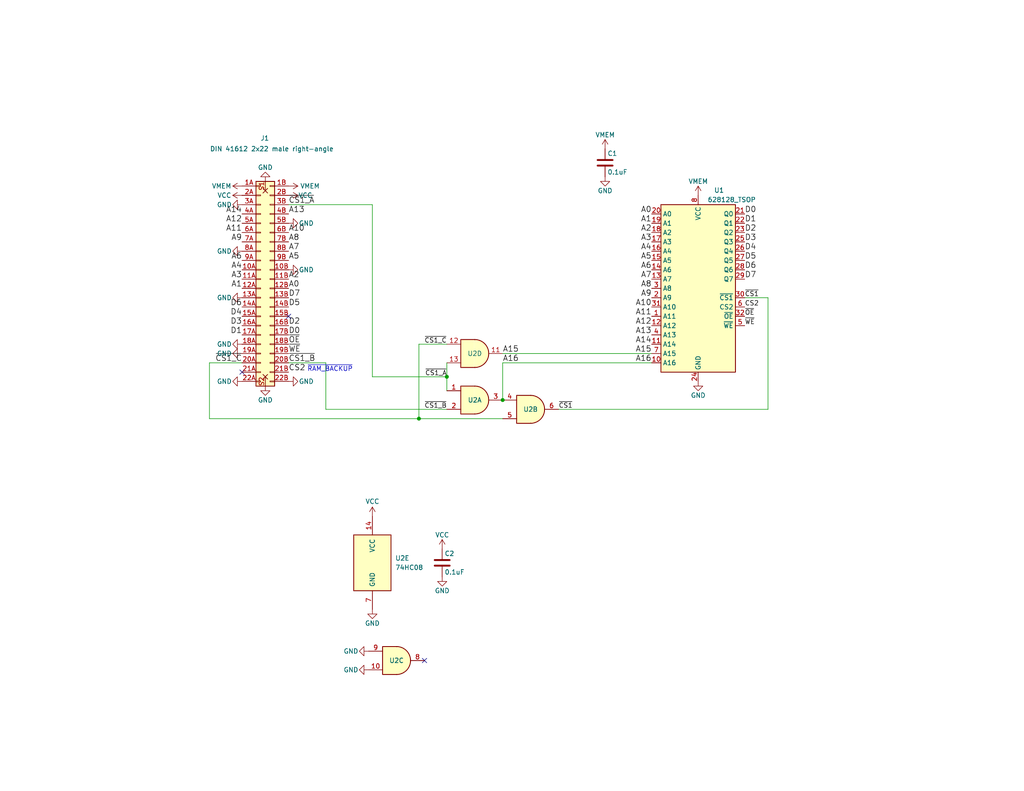
<source format=kicad_sch>
(kicad_sch (version 20211123) (generator eeschema)
  (paper "USLetter")
  (title_block (title "TANDY 600 RAM tiny 08slh") (date "2022-09-27") (rev "001") (company "Brian K. White - b.kenyon.w@gmail.com") (comment 1 "LICENSE: CC-BY-SA 4.0") (comment 2 "Originally based on Model600Sram_v1.1 by Jayeson Lee-Steer"))
  (lib_symbols
    (symbol "000_LOCAL:628128_TSOP"
      (property "Reference" "U" (at -10.16 23.495 0))
      (property "Value" "628128_TSOP" (at 2.54 23.495 0))
      (symbol "628128_TSOP_0_0"
        (pin power_in line (at 0 -25.4 90) (length 2.54) (name "GND") (number "24"))
        (pin power_in line (at 0 25.4 270) (length 2.54) (name "VCC") (number "8"))
      )
      (symbol "628128_TSOP_0_1"
        (rectangle (start -10.16 22.86) (end 10.16 -22.86) (stroke (width 0.254)) (fill (type background)))
      )
      (symbol "628128_TSOP_1_1"
        (pin input line (at -12.7 -7.62 0) (length 2.54) (name "A11") (number "1"))
        (pin input line (at -12.7 -20.32 0) (length 2.54) (name "A16") (number "10"))
        (pin input line (at -12.7 -15.24 0) (length 2.54) (name "A14") (number "11"))
        (pin input line (at -12.7 -10.16 0) (length 2.54) (name "A12") (number "12"))
        (pin input line (at -12.7 2.54 0) (length 2.54) (name "A7") (number "13"))
        (pin input line (at -12.7 5.08 0) (length 2.54) (name "A6") (number "14"))
        (pin input line (at -12.7 7.62 0) (length 2.54) (name "A5") (number "15"))
        (pin input line (at -12.7 10.16 0) (length 2.54) (name "A4") (number "16"))
        (pin input line (at -12.7 12.7 0) (length 2.54) (name "A3") (number "17"))
        (pin input line (at -12.7 15.24 0) (length 2.54) (name "A2") (number "18"))
        (pin input line (at -12.7 17.78 0) (length 2.54) (name "A1") (number "19"))
        (pin input line (at -12.7 -2.54 0) (length 2.54) (name "A9") (number "2"))
        (pin input line (at -12.7 20.32 0) (length 2.54) (name "A0") (number "20"))
        (pin tri_state line (at 12.7 20.32 180) (length 2.54) (name "Q0") (number "21"))
        (pin tri_state line (at 12.7 17.78 180) (length 2.54) (name "Q1") (number "22"))
        (pin tri_state line (at 12.7 15.24 180) (length 2.54) (name "Q2") (number "23"))
        (pin tri_state line (at 12.7 12.7 180) (length 2.54) (name "Q3") (number "25"))
        (pin tri_state line (at 12.7 10.16 180) (length 2.54) (name "Q4") (number "26"))
        (pin tri_state line (at 12.7 7.62 180) (length 2.54) (name "Q5") (number "27"))
        (pin tri_state line (at 12.7 5.08 180) (length 2.54) (name "Q6") (number "28"))
        (pin tri_state line (at 12.7 2.54 180) (length 2.54) (name "Q7") (number "29"))
        (pin input line (at -12.7 0 0) (length 2.54) (name "A8") (number "3"))
        (pin input line (at 12.7 -2.54 180) (length 2.54) (name "~{CS1}") (number "30"))
        (pin input line (at -12.7 -5.08 0) (length 2.54) (name "A10") (number "31"))
        (pin input line (at 12.7 -7.62 180) (length 2.54) (name "~{OE}") (number "32"))
        (pin input line (at -12.7 -12.7 0) (length 2.54) (name "A13") (number "4"))
        (pin input line (at 12.7 -10.16 180) (length 2.54) (name "~{WE}") (number "5"))
        (pin input line (at 12.7 -5.08 180) (length 2.54) (name "CS2") (number "6"))
        (pin input line (at -12.7 -17.78 0) (length 2.54) (name "A15") (number "7"))
        (pin no_connect line (at 10.16 -20.32 180) (length 2.54) hide (name "NC") (number "9"))
      )
    )
    (symbol "000_LOCAL:74HC08" (pin_names (offset 1.016))
      (property "Reference" "U" (at 0 1.27 0))
      (property "Value" "74HC08" (at 0 -1.27 0))
      (symbol "74HC08_1_1"
        (arc (start 0 -3.81) (mid 3.81 0) (end 0 3.81) (stroke (width 0.254)) (fill (type background)))
        (polyline (pts (xy 0 3.81) (xy -3.81 3.81) (xy -3.81 -3.81) (xy 0 -3.81)) (stroke (width 0.254)) (fill (type background)))
        (pin input line (at -7.62 2.54 0) (length 3.81) (name "~") (number "1"))
        (pin input line (at -7.62 -2.54 0) (length 3.81) (name "~") (number "2"))
        (pin output line (at 7.62 0 180) (length 3.81) (name "~") (number "3"))
      )
      (symbol "74HC08_1_2"
        (arc (start -3.81 -3.81) (mid -2.589 0) (end -3.81 3.81) (stroke (width 0.254)))
        (arc (start -0.6096 -3.81) (mid 2.1842 -2.5851) (end 3.81 0) (stroke (width 0.254)) (fill (type background)))
        (polyline (pts (xy -3.81 -3.81) (xy -0.635 -3.81)) (stroke (width 0.254)) (fill (type background)))
        (polyline (pts (xy -3.81 3.81) (xy -0.635 3.81)) (stroke (width 0.254)) (fill (type background)))
        (polyline (pts (xy -0.635 3.81) (xy -3.81 3.81) (xy -3.81 3.81) (xy -3.556 3.4036) (xy -3.0226 2.2606) (xy -2.6924 1.0414) (xy -2.6162 -0.254) (xy -2.7686 -1.4986) (xy -3.175 -2.7178) (xy -3.81 -3.81) (xy -3.81 -3.81) (xy -0.635 -3.81)) (stroke (width -25.4)) (fill (type background)))
        (arc (start 3.81 0) (mid 2.1915 2.5936) (end -0.6096 3.81) (stroke (width 0.254)) (fill (type background)))
        (pin input inverted (at -7.62 2.54 0) (length 4.318) (name "~") (number "1"))
        (pin input inverted (at -7.62 -2.54 0) (length 4.318) (name "~") (number "2"))
        (pin output inverted (at 7.62 0 180) (length 3.81) (name "~") (number "3"))
      )
      (symbol "74HC08_2_1"
        (arc (start 0 -3.81) (mid 3.81 0) (end 0 3.81) (stroke (width 0.254)) (fill (type background)))
        (polyline (pts (xy 0 3.81) (xy -3.81 3.81) (xy -3.81 -3.81) (xy 0 -3.81)) (stroke (width 0.254)) (fill (type background)))
        (pin input line (at -7.62 2.54 0) (length 3.81) (name "~") (number "4"))
        (pin input line (at -7.62 -2.54 0) (length 3.81) (name "~") (number "5"))
        (pin output line (at 7.62 0 180) (length 3.81) (name "~") (number "6"))
      )
      (symbol "74HC08_2_2"
        (arc (start -3.81 -3.81) (mid -2.589 0) (end -3.81 3.81) (stroke (width 0.254)))
        (arc (start -0.6096 -3.81) (mid 2.1842 -2.5851) (end 3.81 0) (stroke (width 0.254)) (fill (type background)))
        (polyline (pts (xy -3.81 -3.81) (xy -0.635 -3.81)) (stroke (width 0.254)) (fill (type background)))
        (polyline (pts (xy -3.81 3.81) (xy -0.635 3.81)) (stroke (width 0.254)) (fill (type background)))
        (polyline (pts (xy -0.635 3.81) (xy -3.81 3.81) (xy -3.81 3.81) (xy -3.556 3.4036) (xy -3.0226 2.2606) (xy -2.6924 1.0414) (xy -2.6162 -0.254) (xy -2.7686 -1.4986) (xy -3.175 -2.7178) (xy -3.81 -3.81) (xy -3.81 -3.81) (xy -0.635 -3.81)) (stroke (width -25.4)) (fill (type background)))
        (arc (start 3.81 0) (mid 2.1915 2.5936) (end -0.6096 3.81) (stroke (width 0.254)) (fill (type background)))
        (pin input inverted (at -7.62 2.54 0) (length 4.318) (name "~") (number "4"))
        (pin input inverted (at -7.62 -2.54 0) (length 4.318) (name "~") (number "5"))
        (pin output inverted (at 7.62 0 180) (length 3.81) (name "~") (number "6"))
      )
      (symbol "74HC08_3_1"
        (arc (start 0 -3.81) (mid 3.81 0) (end 0 3.81) (stroke (width 0.254)) (fill (type background)))
        (polyline (pts (xy 0 3.81) (xy -3.81 3.81) (xy -3.81 -3.81) (xy 0 -3.81)) (stroke (width 0.254)) (fill (type background)))
        (pin input line (at -7.62 -2.54 0) (length 3.81) (name "~") (number "10"))
        (pin output line (at 7.62 0 180) (length 3.81) (name "~") (number "8"))
        (pin input line (at -7.62 2.54 0) (length 3.81) (name "~") (number "9"))
      )
      (symbol "74HC08_3_2"
        (arc (start -3.81 -3.81) (mid -2.589 0) (end -3.81 3.81) (stroke (width 0.254)))
        (arc (start -0.6096 -3.81) (mid 2.1842 -2.5851) (end 3.81 0) (stroke (width 0.254)) (fill (type background)))
        (polyline (pts (xy -3.81 -3.81) (xy -0.635 -3.81)) (stroke (width 0.254)) (fill (type background)))
        (polyline (pts (xy -3.81 3.81) (xy -0.635 3.81)) (stroke (width 0.254)) (fill (type background)))
        (polyline (pts (xy -0.635 3.81) (xy -3.81 3.81) (xy -3.81 3.81) (xy -3.556 3.4036) (xy -3.0226 2.2606) (xy -2.6924 1.0414) (xy -2.6162 -0.254) (xy -2.7686 -1.4986) (xy -3.175 -2.7178) (xy -3.81 -3.81) (xy -3.81 -3.81) (xy -0.635 -3.81)) (stroke (width -25.4)) (fill (type background)))
        (arc (start 3.81 0) (mid 2.1915 2.5936) (end -0.6096 3.81) (stroke (width 0.254)) (fill (type background)))
        (pin input inverted (at -7.62 -2.54 0) (length 4.318) (name "~") (number "10"))
        (pin output inverted (at 7.62 0 180) (length 3.81) (name "~") (number "8"))
        (pin input inverted (at -7.62 2.54 0) (length 4.318) (name "~") (number "9"))
      )
      (symbol "74HC08_4_1"
        (arc (start 0 -3.81) (mid 3.81 0) (end 0 3.81) (stroke (width 0.254)) (fill (type background)))
        (polyline (pts (xy 0 3.81) (xy -3.81 3.81) (xy -3.81 -3.81) (xy 0 -3.81)) (stroke (width 0.254)) (fill (type background)))
        (pin output line (at 7.62 0 180) (length 3.81) (name "~") (number "11"))
        (pin input line (at -7.62 2.54 0) (length 3.81) (name "~") (number "12"))
        (pin input line (at -7.62 -2.54 0) (length 3.81) (name "~") (number "13"))
      )
      (symbol "74HC08_4_2"
        (arc (start -3.81 -3.81) (mid -2.589 0) (end -3.81 3.81) (stroke (width 0.254)))
        (arc (start -0.6096 -3.81) (mid 2.1842 -2.5851) (end 3.81 0) (stroke (width 0.254)) (fill (type background)))
        (polyline (pts (xy -3.81 -3.81) (xy -0.635 -3.81)) (stroke (width 0.254)) (fill (type background)))
        (polyline (pts (xy -3.81 3.81) (xy -0.635 3.81)) (stroke (width 0.254)) (fill (type background)))
        (polyline (pts (xy -0.635 3.81) (xy -3.81 3.81) (xy -3.81 3.81) (xy -3.556 3.4036) (xy -3.0226 2.2606) (xy -2.6924 1.0414) (xy -2.6162 -0.254) (xy -2.7686 -1.4986) (xy -3.175 -2.7178) (xy -3.81 -3.81) (xy -3.81 -3.81) (xy -0.635 -3.81)) (stroke (width -25.4)) (fill (type background)))
        (arc (start 3.81 0) (mid 2.1915 2.5936) (end -0.6096 3.81) (stroke (width 0.254)) (fill (type background)))
        (pin output inverted (at 7.62 0 180) (length 3.81) (name "~") (number "11"))
        (pin input inverted (at -7.62 2.54 0) (length 4.318) (name "~") (number "12"))
        (pin input inverted (at -7.62 -2.54 0) (length 4.318) (name "~") (number "13"))
      )
      (symbol "74HC08_5_0"
        (pin power_in line (at 0 12.7 270) (length 5.08) (name "VCC") (number "14"))
        (pin power_in line (at 0 -12.7 90) (length 5.08) (name "GND") (number "7"))
      )
      (symbol "74HC08_5_1"
        (rectangle (start -5.08 7.62) (end 5.08 -7.62) (stroke (width 0.254)) (fill (type background)))
      )
    )
    (symbol "000_LOCAL:C" (pin_numbers hide) (pin_names (offset 0.254))
      (property "Reference" "C" (at 0.635 2.54 0))
      (property "Value" "C" (at 0.635 -2.54 0))
      (symbol "C_0_1"
        (polyline (pts (xy -2.032 -0.762) (xy 2.032 -0.762)) (stroke (width 0.508)))
        (polyline (pts (xy -2.032 0.762) (xy 2.032 0.762)) (stroke (width 0.508)))
      )
      (symbol "C_1_1"
        (pin passive line (at 0 3.81 270) (length 2.794) (name "~") (number "1"))
        (pin passive line (at 0 -3.81 90) (length 2.794) (name "~") (number "2"))
      )
    )
    (symbol "000_LOCAL:DIN 41612 2x22 male right-angle" (pin_names (offset 1.016) hide)
      (property "Reference" "J" (at -2.7432 28.9052 0))
      (property "Value" "DIN 41612 2x22 male right-angle" (at 18.8468 28.8036 0))
      (symbol "DIN 41612 2x22 male right-angle_1_1"
        (rectangle (start -1.27 -27.813) (end 0 -28.067) (stroke (width 0.1524)))
        (rectangle (start -1.27 -25.273) (end 0 -25.527) (stroke (width 0.1524)))
        (rectangle (start -1.27 -22.733) (end 0 -22.987) (stroke (width 0.1524)))
        (rectangle (start -1.27 -20.193) (end 0 -20.447) (stroke (width 0.1524)))
        (rectangle (start -1.27 -17.653) (end 0 -17.907) (stroke (width 0.1524)))
        (rectangle (start -1.27 -15.113) (end 0 -15.367) (stroke (width 0.1524)))
        (rectangle (start -1.27 -12.573) (end 0 -12.827) (stroke (width 0.1524)))
        (rectangle (start -1.27 -10.033) (end 0 -10.287) (stroke (width 0.1524)))
        (rectangle (start -1.27 -7.493) (end 0 -7.747) (stroke (width 0.1524)))
        (rectangle (start -1.27 -4.953) (end 0 -5.207) (stroke (width 0.1524)))
        (rectangle (start -1.27 -2.413) (end 0 -2.667) (stroke (width 0.1524)))
        (rectangle (start -1.27 0.127) (end 0 -0.127) (stroke (width 0.1524)))
        (rectangle (start -1.27 2.667) (end 0 2.413) (stroke (width 0.1524)))
        (rectangle (start -1.27 5.207) (end 0 4.953) (stroke (width 0.1524)))
        (rectangle (start -1.27 7.747) (end 0 7.493) (stroke (width 0.1524)))
        (rectangle (start -1.27 10.287) (end 0 10.033) (stroke (width 0.1524)))
        (rectangle (start -1.27 12.827) (end 0 12.573) (stroke (width 0.1524)))
        (rectangle (start -1.27 15.367) (end 0 15.113) (stroke (width 0.1524)))
        (rectangle (start -1.27 17.907) (end 0 17.653) (stroke (width 0.1524)))
        (rectangle (start -1.27 20.447) (end 0 20.193) (stroke (width 0.1524)))
        (rectangle (start -1.27 22.987) (end 0 22.733) (stroke (width 0.1524)))
        (rectangle (start -1.27 25.527) (end 0 25.273) (stroke (width 0.1524)))
        (rectangle (start -1.27 26.67) (end 3.81 -29.21) (stroke (width 0.254)) (fill (type background)))
        (rectangle (start 3.81 -27.813) (end 2.54 -28.067) (stroke (width 0.1524)))
        (rectangle (start 3.81 -25.273) (end 2.54 -25.527) (stroke (width 0.1524)))
        (rectangle (start 3.81 -22.733) (end 2.54 -22.987) (stroke (width 0.1524)))
        (rectangle (start 3.81 -20.193) (end 2.54 -20.447) (stroke (width 0.1524)))
        (rectangle (start 3.81 -17.653) (end 2.54 -17.907) (stroke (width 0.1524)))
        (rectangle (start 3.81 -15.113) (end 2.54 -15.367) (stroke (width 0.1524)))
        (rectangle (start 3.81 -12.573) (end 2.54 -12.827) (stroke (width 0.1524)))
        (rectangle (start 3.81 -10.033) (end 2.54 -10.287) (stroke (width 0.1524)))
        (rectangle (start 3.81 -7.493) (end 2.54 -7.747) (stroke (width 0.1524)))
        (rectangle (start 3.81 -4.953) (end 2.54 -5.207) (stroke (width 0.1524)))
        (rectangle (start 3.81 -2.413) (end 2.54 -2.667) (stroke (width 0.1524)))
        (rectangle (start 3.81 0.127) (end 2.54 -0.127) (stroke (width 0.1524)))
        (rectangle (start 3.81 2.667) (end 2.54 2.413) (stroke (width 0.1524)))
        (rectangle (start 3.81 5.207) (end 2.54 4.953) (stroke (width 0.1524)))
        (rectangle (start 3.81 7.747) (end 2.54 7.493) (stroke (width 0.1524)))
        (rectangle (start 3.81 10.287) (end 2.54 10.033) (stroke (width 0.1524)))
        (rectangle (start 3.81 12.827) (end 2.54 12.573) (stroke (width 0.1524)))
        (rectangle (start 3.81 15.367) (end 2.54 15.113) (stroke (width 0.1524)))
        (rectangle (start 3.81 17.907) (end 2.54 17.653) (stroke (width 0.1524)))
        (rectangle (start 3.81 20.447) (end 2.54 20.193) (stroke (width 0.1524)))
        (rectangle (start 3.81 22.987) (end 2.54 22.733) (stroke (width 0.1524)))
        (rectangle (start 3.81 25.527) (end 2.54 25.273) (stroke (width 0.1524)))
        (pin passive line (at -5.08 2.54 0) (length 3.81) (name "10A") (number "10A"))
        (pin passive line (at 7.62 2.54 180) (length 3.81) (name "10B") (number "10B"))
        (pin passive line (at -5.08 0 0) (length 3.81) (name "11A") (number "11A"))
        (pin passive line (at 7.62 0 180) (length 3.81) (name "11B") (number "11B"))
        (pin passive line (at -5.08 -2.54 0) (length 3.81) (name "12A") (number "12A"))
        (pin passive line (at 7.62 -2.54 180) (length 3.81) (name "12B") (number "12B"))
        (pin passive line (at -5.08 -5.08 0) (length 3.81) (name "13A") (number "13A"))
        (pin passive line (at 7.62 -5.08 180) (length 3.81) (name "13B") (number "13B"))
        (pin passive line (at -5.08 -7.62 0) (length 3.81) (name "14A") (number "14A"))
        (pin passive line (at 7.62 -7.62 180) (length 3.81) (name "14B") (number "14B"))
        (pin passive line (at -5.08 -10.16 0) (length 3.81) (name "15A") (number "15A"))
        (pin passive line (at 7.62 -10.16 180) (length 3.81) (name "15B") (number "15B"))
        (pin passive line (at -5.08 -12.7 0) (length 3.81) (name "16A") (number "16A"))
        (pin passive line (at 7.62 -12.7 180) (length 3.81) (name "16B") (number "16B"))
        (pin passive line (at -5.08 -15.24 0) (length 3.81) (name "17A") (number "17A"))
        (pin passive line (at 7.62 -15.24 180) (length 3.81) (name "17B") (number "17B"))
        (pin passive line (at -5.08 -17.78 0) (length 3.81) (name "18A") (number "18A"))
        (pin passive line (at 7.62 -17.78 180) (length 3.81) (name "18B") (number "18B"))
        (pin passive line (at -5.08 -20.32 0) (length 3.81) (name "19A") (number "19A"))
        (pin passive line (at 7.62 -20.32 180) (length 3.81) (name "19B") (number "19B"))
        (pin passive line (at -5.08 25.4 0) (length 3.81) (name "1A") (number "1A"))
        (pin passive line (at 7.62 25.4 180) (length 3.81) (name "1B") (number "1B"))
        (pin passive line (at -5.08 -22.86 0) (length 3.81) (name "20A") (number "20A"))
        (pin passive line (at 7.62 -22.86 180) (length 3.81) (name "20B") (number "20B"))
        (pin passive line (at -5.08 -25.4 0) (length 3.81) (name "21A") (number "21A"))
        (pin passive line (at 7.62 -25.4 180) (length 3.81) (name "21B") (number "21B"))
        (pin passive line (at -5.08 -27.94 0) (length 3.81) (name "22A") (number "22A"))
        (pin passive line (at 7.62 -27.94 180) (length 3.81) (name "22B") (number "22B"))
        (pin passive line (at -5.08 22.86 0) (length 3.81) (name "2A") (number "2A"))
        (pin passive line (at 7.62 22.86 180) (length 3.81) (name "2B") (number "2B"))
        (pin passive line (at -5.08 20.32 0) (length 3.81) (name "3A") (number "3A"))
        (pin passive line (at 7.62 20.32 180) (length 3.81) (name "3B") (number "3B"))
        (pin passive line (at -5.08 17.78 0) (length 3.81) (name "4A") (number "4A"))
        (pin passive line (at 7.62 17.78 180) (length 3.81) (name "4B") (number "4B"))
        (pin passive line (at -5.08 15.24 0) (length 3.81) (name "5A") (number "5A"))
        (pin passive line (at 7.62 15.24 180) (length 3.81) (name "5B") (number "5B"))
        (pin passive line (at -5.08 12.7 0) (length 3.81) (name "6A") (number "6A"))
        (pin passive line (at 7.62 12.7 180) (length 3.81) (name "6B") (number "6B"))
        (pin passive line (at -5.08 10.16 0) (length 3.81) (name "7A") (number "7A"))
        (pin passive line (at 7.62 10.16 180) (length 3.81) (name "7B") (number "7B"))
        (pin passive line (at -5.08 7.62 0) (length 3.81) (name "8A") (number "8A"))
        (pin passive line (at 7.62 7.62 180) (length 3.81) (name "8B") (number "8B"))
        (pin passive line (at -5.08 5.08 0) (length 3.81) (name "9A") (number "9A"))
        (pin passive line (at 7.62 5.08 180) (length 3.81) (name "9B") (number "9B"))
        (pin passive non_logic (at 1.27 26.67 270) (length 2.54) (name "mount") (number "S1"))
        (pin passive non_logic (at 1.27 -29.21 90) (length 2.54) (name "mount") (number "S2"))
      )
    )
    (symbol "000_LOCAL:GND" (power) (pin_names (offset 0))
      (property "Value" "GND" (at 0 -3.81 0))
      (symbol "GND_0_1"
        (polyline (pts (xy 0 0) (xy 0 -1.27) (xy 1.27 -1.27) (xy 0 -2.54) (xy -1.27 -1.27) (xy 0 -1.27)))
      )
      (symbol "GND_1_1"
        (pin power_in line (at 0 0 270) (length 0) hide (name "GND") (number "1"))
      )
    )
    (symbol "000_LOCAL:VCC" (power) (pin_names (offset 0))
      (property "Value" "VCC" (at 0 3.81 0))
      (symbol "VCC_0_1"
        (polyline (pts (xy -0.762 1.27) (xy 0 2.54)))
        (polyline (pts (xy 0 0) (xy 0 2.54)))
        (polyline (pts (xy 0 2.54) (xy 0.762 1.27)))
      )
      (symbol "VCC_1_1"
        (pin power_in line (at 0 0 90) (length 0) hide (name "VCC") (number "1"))
      )
    )
    (symbol "000_LOCAL:VMEM" (power) (pin_names (offset 0))
      (property "Value" "VMEM" (at 0 3.81 0))
      (symbol "VMEM_0_1"
        (polyline (pts (xy -0.762 1.27) (xy 0 2.54)))
        (polyline (pts (xy 0 0) (xy 0 2.54)))
        (polyline (pts (xy 0 2.54) (xy 0.762 1.27)))
      )
      (symbol "VMEM_1_1"
        (pin power_in line (at 0 0 90) (length 0) hide (name "VMEM") (number "1"))
      )
    )
  )
  (junction (at 121.92 102.87))
  (junction (at 137.16 109.22))
  (junction (at 114.3 114.3))
  (no_connect (at 115.824 180.34))
  (no_connect (at 66.04 101.6))
  (no_connect (at 78.74 86.36))
  (wire (pts (xy 203.2 81.28) (xy 209.55 81.28)))
  (wire (pts (xy 78.74 55.88) (xy 101.6 55.88)))
  (wire (pts (xy 137.16 99.06) (xy 177.8 99.06)))
  (wire (pts (xy 137.16 96.52) (xy 177.8 96.52)))
  (wire (pts (xy 57.15 114.3) (xy 114.3 114.3)))
  (wire (pts (xy 209.55 81.28) (xy 209.55 111.76)))
  (wire (pts (xy 88.9 111.76) (xy 121.92 111.76)))
  (wire (pts (xy 101.6 55.88) (xy 101.6 102.87)))
  (wire (pts (xy 152.4 111.76) (xy 209.55 111.76)))
  (wire (pts (xy 121.92 102.87) (xy 121.92 106.68)))
  (wire (pts (xy 78.74 99.06) (xy 88.9 99.06)))
  (wire (pts (xy 114.3 93.98) (xy 114.3 114.3)))
  (wire (pts (xy 114.3 93.98) (xy 121.92 93.98)))
  (wire (pts (xy 137.16 109.22) (xy 137.16 99.06)))
  (wire (pts (xy 88.9 99.06) (xy 88.9 111.76)))
  (wire (pts (xy 121.92 99.06) (xy 121.92 102.87)))
  (wire (pts (xy 101.6 102.87) (xy 121.92 102.87)))
  (wire (pts (xy 114.3 114.3) (xy 137.16 114.3)))
  (wire (pts (xy 66.04 99.06) (xy 57.15 99.06)))
  (wire (pts (xy 57.15 99.06) (xy 57.15 114.3)))
  (text "~{RAM_BACKUP}" (at 83.82 101.6 0) (effects (font (size 1.27 1.27)) (justify left bottom)))
  (label "D2" (at 78.74 88.9 0) (effects (font (size 1.524 1.524))))
  (label "~{CS1_C}" (at 66.04 99.06 180) (effects (font (size 1.524 1.524))))
  (label "A13" (at 78.74 58.42 0) (effects (font (size 1.524 1.524))))
  (label "A15" (at 137.16 96.52 0) (effects (font (size 1.524 1.524))))
  (label "A12" (at 66.04 60.96 180) (effects (font (size 1.524 1.524))))
  (label "D6" (at 66.04 83.82 180) (effects (font (size 1.524 1.524))))
  (label "A13" (at 177.8 91.44 180) (effects (font (size 1.524 1.524))))
  (label "A7" (at 177.8 76.2 180) (effects (font (size 1.524 1.524))))
  (label "A16" (at 137.16 99.06 0) (effects (font (size 1.524 1.524))))
  (label "A1" (at 177.8 60.96 180) (effects (font (size 1.524 1.524))))
  (label "~{WE}" (at 203.2 88.9 0))
  (label "A4" (at 66.04 73.66 180) (effects (font (size 1.524 1.524))))
  (label "A3" (at 66.04 76.2 180) (effects (font (size 1.524 1.524))))
  (label "A4" (at 177.8 68.58 180) (effects (font (size 1.524 1.524))))
  (label "~{CS1_A}" (at 121.92 102.87 180))
  (label "A12" (at 177.8 88.9 180) (effects (font (size 1.524 1.524))))
  (label "A9" (at 177.8 81.28 180) (effects (font (size 1.524 1.524))))
  (label "D0" (at 203.2 58.42 0) (effects (font (size 1.524 1.524))))
  (label "D0" (at 78.74 91.44 0) (effects (font (size 1.524 1.524))))
  (label "D7" (at 78.74 81.28 0) (effects (font (size 1.524 1.524))))
  (label "CS2" (at 78.74 101.6 0) (effects (font (size 1.524 1.524))))
  (label "A2" (at 78.74 76.2 0) (effects (font (size 1.524 1.524))))
  (label "D5" (at 203.2 71.12 0) (effects (font (size 1.524 1.524))))
  (label "A5" (at 177.8 71.12 180) (effects (font (size 1.524 1.524))))
  (label "A1" (at 66.04 78.74 180) (effects (font (size 1.524 1.524))))
  (label "~{CS1_A}" (at 78.74 55.88 0) (effects (font (size 1.524 1.524))))
  (label "CS2" (at 203.2 83.82 0))
  (label "D4" (at 66.04 86.36 180) (effects (font (size 1.524 1.524))))
  (label "A11" (at 177.8 86.36 180) (effects (font (size 1.524 1.524))))
  (label "A16" (at 177.8 99.06 180) (effects (font (size 1.524 1.524))))
  (label "D1" (at 66.04 91.44 180) (effects (font (size 1.524 1.524))))
  (label "A10" (at 177.8 83.82 180) (effects (font (size 1.524 1.524))))
  (label "A3" (at 177.8 66.04 180) (effects (font (size 1.524 1.524))))
  (label "~{CS1_B}" (at 78.74 99.06 0) (effects (font (size 1.524 1.524))))
  (label "~{CS1_C}" (at 121.92 93.98 180))
  (label "D5" (at 78.74 83.82 0) (effects (font (size 1.524 1.524))))
  (label "A6" (at 66.04 71.12 180) (effects (font (size 1.524 1.524))))
  (label "A5" (at 78.74 71.12 0) (effects (font (size 1.524 1.524))))
  (label "~{OE}" (at 78.74 93.98 0) (effects (font (size 1.524 1.524))))
  (label "A0" (at 78.74 78.74 0) (effects (font (size 1.524 1.524))))
  (label "A8" (at 78.74 66.04 0) (effects (font (size 1.524 1.524))))
  (label "~{CS1}" (at 152.4 111.76 0))
  (label "D1" (at 203.2 60.96 0) (effects (font (size 1.524 1.524))))
  (label "D3" (at 66.04 88.9 180) (effects (font (size 1.524 1.524))))
  (label "A14" (at 177.8 93.98 180) (effects (font (size 1.524 1.524))))
  (label "A10" (at 78.74 63.5 0) (effects (font (size 1.524 1.524))))
  (label "A11" (at 66.04 63.5 180) (effects (font (size 1.524 1.524))))
  (label "A2" (at 177.8 63.5 180) (effects (font (size 1.524 1.524))))
  (label "D7" (at 203.2 76.2 0) (effects (font (size 1.524 1.524))))
  (label "A14" (at 66.04 58.42 180) (effects (font (size 1.524 1.524))))
  (label "A8" (at 177.8 78.74 180) (effects (font (size 1.524 1.524))))
  (label "D2" (at 203.2 63.5 0) (effects (font (size 1.524 1.524))))
  (label "D3" (at 203.2 66.04 0) (effects (font (size 1.524 1.524))))
  (label "A7" (at 78.74 68.58 0) (effects (font (size 1.524 1.524))))
  (label "A15" (at 177.8 96.52 180) (effects (font (size 1.524 1.524))))
  (label "~{CS1_B}" (at 121.92 111.76 180))
  (label "A0" (at 177.8 58.42 180) (effects (font (size 1.524 1.524))))
  (label "A9" (at 66.04 66.04 180) (effects (font (size 1.524 1.524))))
  (label "~{OE}" (at 203.2 86.36 0))
  (label "A6" (at 177.8 73.66 180) (effects (font (size 1.524 1.524))))
  (label "~{CS1}" (at 203.2 81.28 0))
  (label "D4" (at 203.2 68.58 0) (effects (font (size 1.524 1.524))))
  (label "D6" (at 203.2 73.66 0) (effects (font (size 1.524 1.524))))
  (label "~{WE}" (at 78.74 96.52 0) (effects (font (size 1.524 1.524))))
  (symbol (lib_id "000_LOCAL:C") (at 165.1 44.45 0) (unit 1)
    (property "Reference" "C1" (at 165.735 41.91 0) (effects (justify left)))
    (property "Value" "0.1uF" (at 165.735 46.99 0) (effects (justify left)))
    (property "Footprint" "000_LOCAL:C_0805" (effects hide))
  )
  (symbol (lib_id "000_LOCAL:C") (at 120.65 153.67 0) (unit 1)
    (property "Reference" "C2" (at 121.285 151.13 0) (effects (justify left)))
    (property "Value" "0.1uF" (at 121.285 156.21 0) (effects (justify left)))
    (property "Footprint" "000_LOCAL:C_0805" (effects hide))
  )
  (symbol (lib_id "000_LOCAL:DIN 41612 2x22 male right-angle") (at 71.12 76.2 0) (unit 1)
    (property "Reference" "J1" (at 72.263 37.719 0))
    (property "Value" "DIN 41612 2x22 male right-angle" (at 74.168 40.64 0))
    (property "Footprint" "000_LOCAL:DIN 41612 2x22 male right-angle" (effects hide))
  )
  (symbol (lib_id "000_LOCAL:VCC") (at 120.65 149.86 0) (unit 1)
    (property "Reference" "#PWR0104" (effects hide))
    (property "Value" "VCC" (at 120.65 146.05 0))
  )
  (symbol (lib_id "000_LOCAL:VMEM") (at 66.04 50.8 90) (unit 1)
    (property "Reference" "#PWR0101" (effects hide))
    (property "Value" "VMEM" (at 60.452 50.8 90))
  )
  (symbol (lib_id "000_LOCAL:VMEM") (at 78.74 50.8 270) (unit 1)
    (property "Reference" "#PWR0102" (effects hide))
    (property "Value" "VMEM" (at 84.582 50.8 90))
  )
  (symbol (lib_id "000_LOCAL:VCC") (at 66.04 53.34 90) (unit 1)
    (property "Reference" "#PWR0103" (effects hide))
    (property "Value" "VCC" (at 61.214 53.34 90))
  )
  (symbol (lib_id "000_LOCAL:VCC") (at 78.74 53.34 270) (unit 1)
    (property "Reference" "#PWR0108" (effects hide))
    (property "Value" "VCC" (at 83.312 53.34 90))
  )
  (symbol (lib_id "000_LOCAL:GND") (at 120.65 157.48 0) (unit 1)
    (property "Reference" "#PWR0105" (effects hide))
    (property "Value" "GND" (at 120.65 161.29 0))
  )
  (symbol (lib_id "000_LOCAL:GND") (at 165.1 48.26 0) (unit 1)
    (property "Reference" "#PWR0106" (effects hide))
    (property "Value" "GND" (at 165.1 52.07 0))
  )
  (symbol (lib_id "000_LOCAL:VMEM") (at 165.1 40.64 0) (unit 1)
    (property "Reference" "#PWR0107" (effects hide))
    (property "Value" "VMEM" (at 165.1 36.83 0))
  )
  (symbol (lib_id "000_LOCAL:GND") (at 78.74 60.96 90) (unit 1)
    (property "Reference" "#PWR0109" (effects hide))
    (property "Value" "GND" (at 83.566 60.96 90))
  )
  (symbol (lib_id "000_LOCAL:GND") (at 78.74 73.66 90) (unit 1)
    (property "Reference" "#PWR0110" (effects hide))
    (property "Value" "GND" (at 83.566 73.66 90))
  )
  (symbol (lib_id "000_LOCAL:VMEM") (at 190.5 53.34 0) (unit 1)
    (property "Reference" "#PWR0115" (effects hide))
    (property "Value" "VMEM" (at 190.5 49.53 0))
  )
  (symbol (lib_id "000_LOCAL:GND") (at 78.74 104.14 90) (unit 1)
    (property "Reference" "#PWR0111" (effects hide))
    (property "Value" "GND" (at 83.566 104.14 90))
  )
  (symbol (lib_id "000_LOCAL:GND") (at 66.04 55.88 270) (unit 1)
    (property "Reference" "#PWR0112" (effects hide))
    (property "Value" "GND" (at 61.214 55.88 90))
  )
  (symbol (lib_id "000_LOCAL:GND") (at 66.04 68.58 270) (unit 1)
    (property "Reference" "#PWR0116" (effects hide))
    (property "Value" "GND" (at 61.214 68.58 90))
  )
  (symbol (lib_id "000_LOCAL:GND") (at 66.04 81.28 270) (unit 1)
    (property "Reference" "#PWR0117" (effects hide))
    (property "Value" "GND" (at 61.214 81.28 90))
  )
  (symbol (lib_id "000_LOCAL:GND") (at 66.04 93.98 270) (unit 1)
    (property "Reference" "#PWR0118" (effects hide))
    (property "Value" "GND" (at 61.214 93.98 90))
  )
  (symbol (lib_id "000_LOCAL:GND") (at 66.04 96.52 270) (unit 1)
    (property "Reference" "#PWR0119" (effects hide))
    (property "Value" "GND" (at 61.214 96.52 90))
  )
  (symbol (lib_id "000_LOCAL:GND") (at 66.04 104.14 270) (unit 1)
    (property "Reference" "#PWR0120" (effects hide))
    (property "Value" "GND" (at 61.214 104.14 90))
  )
  (symbol (lib_id "000_LOCAL:628128_TSOP") (at 190.5 78.74 0) (unit 1)
    (property "Reference" "U1" (at 196.215 51.943 0))
    (property "Value" "628128_TSOP" (at 193.04 55.245 0) (effects (justify left bottom)))
    (property "Footprint" "000_LOCAL:TSOP32-dual" (effects hide))
    (property "Datasheet" "http://www.futurlec.com/Datasheet/Memory/628128.pdf" (effects hide))
  )
  (symbol (lib_id "000_LOCAL:GND") (at 100.584 182.88 270) (unit 1)
    (property "Reference" "#PWR0123" (effects hide))
    (property "Value" "GND" (at 95.758 182.88 90))
  )
  (symbol (lib_id "000_LOCAL:GND") (at 72.39 105.41 0) (unit 1)
    (property "Reference" "#PWR0126" (effects hide))
    (property "Value" "GND" (at 72.39 109.22 0))
  )
  (symbol (lib_id "000_LOCAL:74HC08") (at 144.78 111.76 0) (unit 2)
    (property "Reference" "U2" (at 144.78 111.76 0))
    (property "Value" "74HC08" (effects hide))
    (property "Footprint" "000_LOCAL:SOIC-14_3.9x8.7mm_P1.27mm" (effects hide))
    (property "Datasheet" "https://assets.nexperia.com/documents/data-sheet/74HC_HCT08.pdf" (effects hide))
  )
  (symbol (lib_id "000_LOCAL:GND") (at 72.39 49.53 0) (mirror x) (unit 1)
    (property "Reference" "#PWR0127" (effects hide))
    (property "Value" "GND" (at 72.39 45.72 0))
  )
  (symbol (lib_id "000_LOCAL:VCC") (at 101.6 140.97 0) (unit 1)
    (property "Reference" "#PWR0113" (effects hide))
    (property "Value" "VCC" (at 101.6 136.906 0))
  )
  (symbol (lib_id "000_LOCAL:GND") (at 190.5 104.14 0) (unit 1)
    (property "Reference" "#PWR0121" (effects hide))
    (property "Value" "GND" (at 190.5 107.95 0))
  )
  (symbol (lib_id "000_LOCAL:74HC08") (at 129.54 96.52 0) (unit 4)
    (property "Reference" "U2" (at 129.54 96.52 0))
    (property "Value" "74HC08" (effects hide))
    (property "Footprint" "000_LOCAL:SOIC-14_3.9x8.7mm_P1.27mm" (effects hide))
    (property "Datasheet" "https://assets.nexperia.com/documents/data-sheet/74HC_HCT08.pdf" (effects hide))
  )
  (symbol (lib_id "000_LOCAL:74HC08") (at 129.54 109.22 0) (unit 1)
    (property "Reference" "U2" (at 129.54 109.22 0))
    (property "Value" "74HC08" (effects hide))
    (property "Footprint" "000_LOCAL:SOIC-14_3.9x8.7mm_P1.27mm" (effects hide))
    (property "Datasheet" "https://assets.nexperia.com/documents/data-sheet/74HC_HCT08.pdf" (effects hide))
  )
  (symbol (lib_id "000_LOCAL:GND") (at 100.584 177.8 270) (unit 1)
    (property "Reference" "#PWR0122" (effects hide))
    (property "Value" "GND" (at 95.758 177.8 90))
  )
  (symbol (lib_id "000_LOCAL:74HC08") (at 101.6 153.67 0) (unit 5)
    (property "Reference" "U2" (at 107.823 152.3999 0) (effects (justify left)))
    (property "Value" "74HC08" (at 107.823 154.9399 0) (effects (justify left)))
    (property "Footprint" "000_LOCAL:SOIC-14_3.9x8.7mm_P1.27mm" (effects hide))
    (property "Datasheet" "https://assets.nexperia.com/documents/data-sheet/74HC_HCT08.pdf" (effects hide))
  )
  (symbol (lib_id "000_LOCAL:GND") (at 101.6 166.37 0) (unit 1)
    (property "Reference" "#PWR0114" (effects hide))
    (property "Value" "GND" (at 101.6 170.18 0))
  )
  (symbol (lib_id "000_LOCAL:74HC08") (at 108.204 180.34 0) (unit 3)
    (property "Reference" "U2" (at 108.204 180.34 0))
    (property "Value" "74HC08" (effects hide))
    (property "Footprint" "000_LOCAL:SOIC-14_3.9x8.7mm_P1.27mm" (effects hide))
    (property "Datasheet" "https://assets.nexperia.com/documents/data-sheet/74HC_HCT08.pdf" (effects hide))
  )
)
</source>
